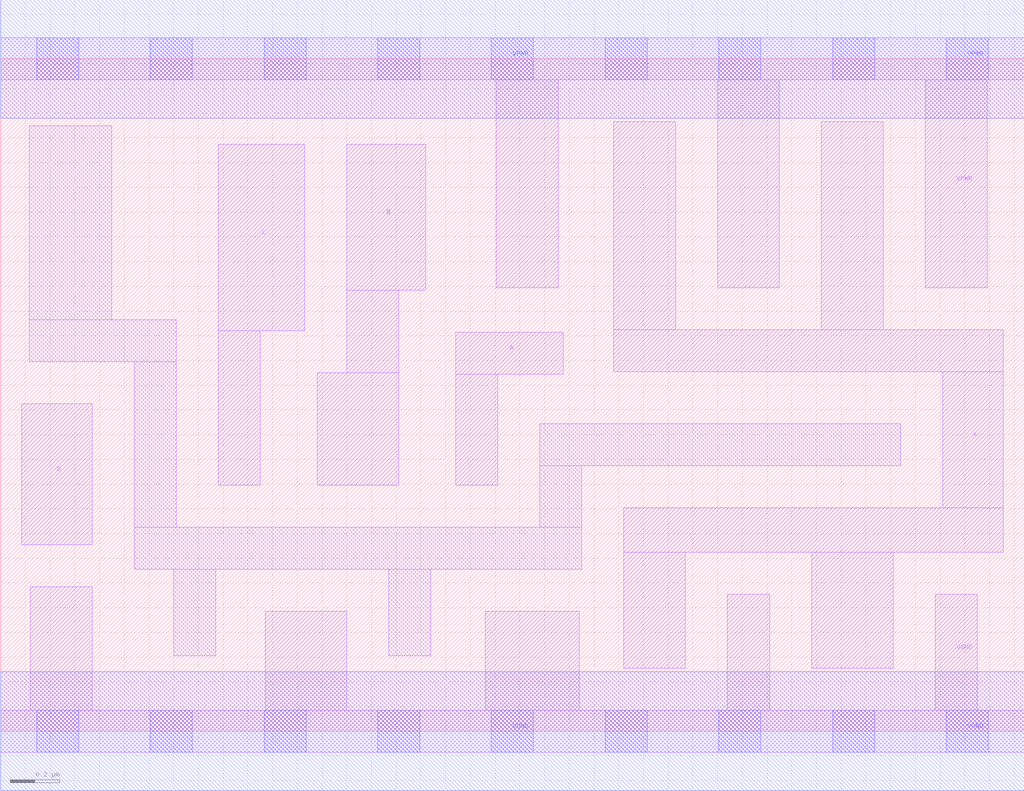
<source format=lef>
# Copyright 2020 The SkyWater PDK Authors
#
# Licensed under the Apache License, Version 2.0 (the "License");
# you may not use this file except in compliance with the License.
# You may obtain a copy of the License at
#
#     https://www.apache.org/licenses/LICENSE-2.0
#
# Unless required by applicable law or agreed to in writing, software
# distributed under the License is distributed on an "AS IS" BASIS,
# WITHOUT WARRANTIES OR CONDITIONS OF ANY KIND, either express or implied.
# See the License for the specific language governing permissions and
# limitations under the License.
#
# SPDX-License-Identifier: Apache-2.0

VERSION 5.7 ;
  NAMESCASESENSITIVE ON ;
  NOWIREEXTENSIONATPIN ON ;
  DIVIDERCHAR "/" ;
  BUSBITCHARS "[]" ;
UNITS
  DATABASE MICRONS 200 ;
END UNITS
MACRO sky130_fd_sc_hd__or4_4
  CLASS CORE ;
  SOURCE USER ;
  FOREIGN sky130_fd_sc_hd__or4_4 ;
  ORIGIN  0.000000  0.000000 ;
  SIZE  4.140000 BY  2.720000 ;
  SYMMETRY X Y R90 ;
  SITE unithd ;
  PIN A
    ANTENNAGATEAREA  0.247500 ;
    DIRECTION INPUT ;
    USE SIGNAL ;
    PORT
      LAYER li1 ;
        RECT 1.840000 0.995000 2.010000 1.445000 ;
        RECT 1.840000 1.445000 2.275000 1.615000 ;
    END
  END A
  PIN B
    ANTENNAGATEAREA  0.247500 ;
    DIRECTION INPUT ;
    USE SIGNAL ;
    PORT
      LAYER li1 ;
        RECT 1.280000 0.995000 1.610000 1.450000 ;
        RECT 1.400000 1.450000 1.610000 1.785000 ;
        RECT 1.400000 1.785000 1.720000 2.375000 ;
    END
  END B
  PIN C
    ANTENNAGATEAREA  0.247500 ;
    DIRECTION INPUT ;
    USE SIGNAL ;
    PORT
      LAYER li1 ;
        RECT 0.880000 0.995000 1.050000 1.620000 ;
        RECT 0.880000 1.620000 1.230000 2.375000 ;
    END
  END C
  PIN D
    ANTENNAGATEAREA  0.247500 ;
    DIRECTION INPUT ;
    USE SIGNAL ;
    PORT
      LAYER li1 ;
        RECT 0.085000 0.755000 0.370000 1.325000 ;
    END
  END D
  PIN X
    ANTENNADIFFAREA  0.891000 ;
    DIRECTION OUTPUT ;
    USE SIGNAL ;
    PORT
      LAYER li1 ;
        RECT 2.480000 1.455000 4.055000 1.625000 ;
        RECT 2.480000 1.625000 2.730000 2.465000 ;
        RECT 2.520000 0.255000 2.770000 0.725000 ;
        RECT 2.520000 0.725000 4.055000 0.905000 ;
        RECT 3.280000 0.255000 3.610000 0.725000 ;
        RECT 3.320000 1.625000 3.570000 2.465000 ;
        RECT 3.810000 0.905000 4.055000 1.455000 ;
    END
  END X
  PIN VGND
    DIRECTION INOUT ;
    SHAPE ABUTMENT ;
    USE GROUND ;
    PORT
      LAYER li1 ;
        RECT 0.000000 -0.085000 4.140000 0.085000 ;
        RECT 0.120000  0.085000 0.370000 0.585000 ;
        RECT 1.070000  0.085000 1.400000 0.485000 ;
        RECT 1.960000  0.085000 2.340000 0.485000 ;
        RECT 2.940000  0.085000 3.110000 0.555000 ;
        RECT 3.780000  0.085000 3.950000 0.555000 ;
      LAYER mcon ;
        RECT 0.145000 -0.085000 0.315000 0.085000 ;
        RECT 0.605000 -0.085000 0.775000 0.085000 ;
        RECT 1.065000 -0.085000 1.235000 0.085000 ;
        RECT 1.525000 -0.085000 1.695000 0.085000 ;
        RECT 1.985000 -0.085000 2.155000 0.085000 ;
        RECT 2.445000 -0.085000 2.615000 0.085000 ;
        RECT 2.905000 -0.085000 3.075000 0.085000 ;
        RECT 3.365000 -0.085000 3.535000 0.085000 ;
        RECT 3.825000 -0.085000 3.995000 0.085000 ;
      LAYER met1 ;
        RECT 0.000000 -0.240000 4.140000 0.240000 ;
    END
  END VGND
  PIN VPWR
    DIRECTION INOUT ;
    SHAPE ABUTMENT ;
    USE POWER ;
    PORT
      LAYER li1 ;
        RECT 0.000000 2.635000 4.140000 2.805000 ;
        RECT 2.005000 1.795000 2.255000 2.635000 ;
        RECT 2.900000 1.795000 3.150000 2.635000 ;
        RECT 3.740000 1.795000 3.990000 2.635000 ;
      LAYER mcon ;
        RECT 0.145000 2.635000 0.315000 2.805000 ;
        RECT 0.605000 2.635000 0.775000 2.805000 ;
        RECT 1.065000 2.635000 1.235000 2.805000 ;
        RECT 1.525000 2.635000 1.695000 2.805000 ;
        RECT 1.985000 2.635000 2.155000 2.805000 ;
        RECT 2.445000 2.635000 2.615000 2.805000 ;
        RECT 2.905000 2.635000 3.075000 2.805000 ;
        RECT 3.365000 2.635000 3.535000 2.805000 ;
        RECT 3.825000 2.635000 3.995000 2.805000 ;
      LAYER met1 ;
        RECT 0.000000 2.480000 4.140000 2.960000 ;
    END
  END VPWR
  OBS
    LAYER li1 ;
      RECT 0.115000 1.495000 0.710000 1.665000 ;
      RECT 0.115000 1.665000 0.450000 2.450000 ;
      RECT 0.540000 0.655000 2.350000 0.825000 ;
      RECT 0.540000 0.825000 0.710000 1.495000 ;
      RECT 0.700000 0.305000 0.870000 0.655000 ;
      RECT 1.570000 0.305000 1.740000 0.655000 ;
      RECT 2.180000 0.825000 2.350000 1.075000 ;
      RECT 2.180000 1.075000 3.640000 1.245000 ;
  END
END sky130_fd_sc_hd__or4_4

</source>
